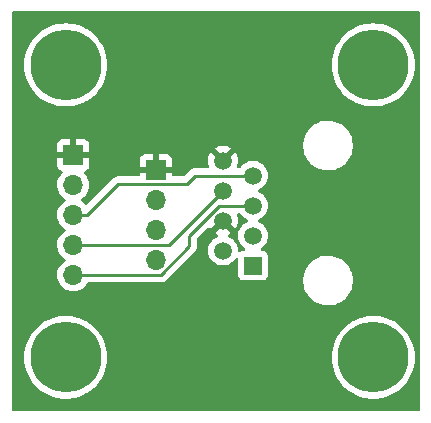
<source format=gbr>
%TF.GenerationSoftware,KiCad,Pcbnew,(6.0.1)*%
%TF.CreationDate,2022-02-21T12:48:27+02:00*%
%TF.ProjectId,Focuser-V1.Remote,466f6375-7365-4722-9d56-312e52656d6f,rev?*%
%TF.SameCoordinates,Original*%
%TF.FileFunction,Copper,L2,Bot*%
%TF.FilePolarity,Positive*%
%FSLAX46Y46*%
G04 Gerber Fmt 4.6, Leading zero omitted, Abs format (unit mm)*
G04 Created by KiCad (PCBNEW (6.0.1)) date 2022-02-21 12:48:27*
%MOMM*%
%LPD*%
G01*
G04 APERTURE LIST*
%TA.AperFunction,ComponentPad*%
%ADD10R,1.500000X1.500000*%
%TD*%
%TA.AperFunction,ComponentPad*%
%ADD11C,1.500000*%
%TD*%
%TA.AperFunction,ComponentPad*%
%ADD12C,6.000000*%
%TD*%
%TA.AperFunction,ComponentPad*%
%ADD13R,1.700000X1.700000*%
%TD*%
%TA.AperFunction,ComponentPad*%
%ADD14O,1.700000X1.700000*%
%TD*%
%TA.AperFunction,Conductor*%
%ADD15C,0.250000*%
%TD*%
G04 APERTURE END LIST*
D10*
%TO.P,J1,1*%
%TO.N,/SDA*%
X175240000Y-93817500D03*
D11*
%TO.P,J1,2*%
%TO.N,/SCL*%
X172700000Y-92547500D03*
%TO.P,J1,3*%
%TO.N,/3V3*%
X175240000Y-91277500D03*
%TO.P,J1,4*%
%TO.N,GND*%
X172700000Y-90007500D03*
%TO.P,J1,5*%
%TO.N,/EncClk*%
X175240000Y-88737500D03*
%TO.P,J1,6*%
%TO.N,/EncDt*%
X172700000Y-87467500D03*
%TO.P,J1,7*%
%TO.N,/EncSw*%
X175240000Y-86197500D03*
%TO.P,J1,8*%
%TO.N,GND*%
X172700000Y-84927500D03*
%TD*%
D12*
%TO.P,REF3,1*%
%TO.N,N/C*%
X185420000Y-76835000D03*
%TD*%
D13*
%TO.P,J3,1,Pin_1*%
%TO.N,GND*%
X160020000Y-84460000D03*
D14*
%TO.P,J3,2,Pin_2*%
%TO.N,/3V3*%
X160020000Y-87000000D03*
%TO.P,J3,3,Pin_3*%
%TO.N,/EncSw*%
X160020000Y-89540000D03*
%TO.P,J3,4,Pin_4*%
%TO.N,/EncDt*%
X160020000Y-92080000D03*
%TO.P,J3,5,Pin_5*%
%TO.N,/EncClk*%
X160020000Y-94620000D03*
%TD*%
D13*
%TO.P,J2,1,Pin_1*%
%TO.N,GND*%
X167005000Y-85725000D03*
D14*
%TO.P,J2,2,Pin_2*%
%TO.N,/3V3*%
X167005000Y-88265000D03*
%TO.P,J2,3,Pin_3*%
%TO.N,/SCL*%
X167005000Y-90805000D03*
%TO.P,J2,4,Pin_4*%
%TO.N,/SDA*%
X167005000Y-93345000D03*
%TD*%
D12*
%TO.P,REF4,1*%
%TO.N,N/C*%
X185420000Y-101600000D03*
%TD*%
%TO.P,REF1,1*%
%TO.N,N/C*%
X159385000Y-101600000D03*
%TD*%
%TO.P,REF2,1*%
%TO.N,N/C*%
X159385000Y-76835000D03*
%TD*%
D15*
%TO.N,/EncClk*%
X169855500Y-91279000D02*
X172397000Y-88737500D01*
X172397000Y-88737500D02*
X175240000Y-88737500D01*
X160020000Y-94620000D02*
X167424500Y-94620000D01*
X169855500Y-92189000D02*
X169855500Y-91279000D01*
X167424500Y-94620000D02*
X169855500Y-92189000D01*
%TO.N,/EncDt*%
X160020000Y-92080000D02*
X168087500Y-92080000D01*
X168087500Y-92080000D02*
X172700000Y-87467500D01*
%TO.N,/EncSw*%
X169643200Y-86900400D02*
X170346100Y-86197500D01*
X163834900Y-86900400D02*
X169643200Y-86900400D01*
X160020000Y-89540000D02*
X161195300Y-89540000D01*
X170346100Y-86197500D02*
X175240000Y-86197500D01*
X161195300Y-89540000D02*
X163834900Y-86900400D01*
%TD*%
%TA.AperFunction,Conductor*%
%TO.N,GND*%
G36*
X189299121Y-72283002D02*
G01*
X189345614Y-72336658D01*
X189357000Y-72389000D01*
X189357000Y-106046000D01*
X189336998Y-106114121D01*
X189283342Y-106160614D01*
X189231000Y-106172000D01*
X154939000Y-106172000D01*
X154870879Y-106151998D01*
X154824386Y-106098342D01*
X154813000Y-106046000D01*
X154813000Y-101600000D01*
X155871685Y-101600000D01*
X155890931Y-101967241D01*
X155948459Y-102330459D01*
X156043639Y-102685674D01*
X156175427Y-103028994D01*
X156342380Y-103356657D01*
X156542668Y-103665075D01*
X156774098Y-103950867D01*
X157034133Y-104210902D01*
X157319925Y-104442332D01*
X157628342Y-104642620D01*
X157631276Y-104644115D01*
X157631283Y-104644119D01*
X157953066Y-104808075D01*
X157956006Y-104809573D01*
X158299326Y-104941361D01*
X158654541Y-105036541D01*
X158847558Y-105067112D01*
X159014511Y-105093555D01*
X159014519Y-105093556D01*
X159017759Y-105094069D01*
X159385000Y-105113315D01*
X159752241Y-105094069D01*
X159755481Y-105093556D01*
X159755489Y-105093555D01*
X159922442Y-105067112D01*
X160115459Y-105036541D01*
X160470674Y-104941361D01*
X160813994Y-104809573D01*
X160816934Y-104808075D01*
X161138717Y-104644119D01*
X161138724Y-104644115D01*
X161141658Y-104642620D01*
X161450075Y-104442332D01*
X161735867Y-104210902D01*
X161995902Y-103950867D01*
X162227332Y-103665075D01*
X162427620Y-103356657D01*
X162594573Y-103028994D01*
X162726361Y-102685674D01*
X162821541Y-102330459D01*
X162879069Y-101967241D01*
X162898315Y-101600000D01*
X181906685Y-101600000D01*
X181925931Y-101967241D01*
X181983459Y-102330459D01*
X182078639Y-102685674D01*
X182210427Y-103028994D01*
X182377380Y-103356657D01*
X182577668Y-103665075D01*
X182809098Y-103950867D01*
X183069133Y-104210902D01*
X183354925Y-104442332D01*
X183663342Y-104642620D01*
X183666276Y-104644115D01*
X183666283Y-104644119D01*
X183988066Y-104808075D01*
X183991006Y-104809573D01*
X184334326Y-104941361D01*
X184689541Y-105036541D01*
X184882558Y-105067112D01*
X185049511Y-105093555D01*
X185049519Y-105093556D01*
X185052759Y-105094069D01*
X185420000Y-105113315D01*
X185787241Y-105094069D01*
X185790481Y-105093556D01*
X185790489Y-105093555D01*
X185957442Y-105067112D01*
X186150459Y-105036541D01*
X186505674Y-104941361D01*
X186848994Y-104809573D01*
X186851934Y-104808075D01*
X187173717Y-104644119D01*
X187173724Y-104644115D01*
X187176658Y-104642620D01*
X187485075Y-104442332D01*
X187770867Y-104210902D01*
X188030902Y-103950867D01*
X188262332Y-103665075D01*
X188462620Y-103356657D01*
X188629573Y-103028994D01*
X188761361Y-102685674D01*
X188856541Y-102330459D01*
X188914069Y-101967241D01*
X188933315Y-101600000D01*
X188914069Y-101232759D01*
X188856541Y-100869541D01*
X188761361Y-100514326D01*
X188629573Y-100171006D01*
X188462620Y-99843343D01*
X188262332Y-99534925D01*
X188030902Y-99249133D01*
X187770867Y-98989098D01*
X187485075Y-98757668D01*
X187176658Y-98557380D01*
X187173724Y-98555885D01*
X187173717Y-98555881D01*
X186851934Y-98391925D01*
X186848994Y-98390427D01*
X186505674Y-98258639D01*
X186150459Y-98163459D01*
X185957442Y-98132888D01*
X185790489Y-98106445D01*
X185790481Y-98106444D01*
X185787241Y-98105931D01*
X185420000Y-98086685D01*
X185052759Y-98105931D01*
X185049519Y-98106444D01*
X185049511Y-98106445D01*
X184882558Y-98132888D01*
X184689541Y-98163459D01*
X184334326Y-98258639D01*
X183991006Y-98390427D01*
X183988066Y-98391925D01*
X183666284Y-98555881D01*
X183666277Y-98555885D01*
X183663343Y-98557380D01*
X183354925Y-98757668D01*
X183069133Y-98989098D01*
X182809098Y-99249133D01*
X182577668Y-99534925D01*
X182377380Y-99843343D01*
X182210427Y-100171006D01*
X182078639Y-100514326D01*
X181983459Y-100869541D01*
X181925931Y-101232759D01*
X181906685Y-101600000D01*
X162898315Y-101600000D01*
X162879069Y-101232759D01*
X162821541Y-100869541D01*
X162726361Y-100514326D01*
X162594573Y-100171006D01*
X162427620Y-99843343D01*
X162227332Y-99534925D01*
X161995902Y-99249133D01*
X161735867Y-98989098D01*
X161450075Y-98757668D01*
X161141658Y-98557380D01*
X161138724Y-98555885D01*
X161138717Y-98555881D01*
X160816934Y-98391925D01*
X160813994Y-98390427D01*
X160470674Y-98258639D01*
X160115459Y-98163459D01*
X159922442Y-98132888D01*
X159755489Y-98106445D01*
X159755481Y-98106444D01*
X159752241Y-98105931D01*
X159385000Y-98086685D01*
X159017759Y-98105931D01*
X159014519Y-98106444D01*
X159014511Y-98106445D01*
X158847558Y-98132888D01*
X158654541Y-98163459D01*
X158299326Y-98258639D01*
X157956006Y-98390427D01*
X157953066Y-98391925D01*
X157631284Y-98555881D01*
X157631277Y-98555885D01*
X157628343Y-98557380D01*
X157319925Y-98757668D01*
X157034133Y-98989098D01*
X156774098Y-99249133D01*
X156542668Y-99534925D01*
X156342380Y-99843343D01*
X156175427Y-100171006D01*
X156043639Y-100514326D01*
X155948459Y-100869541D01*
X155890931Y-101232759D01*
X155871685Y-101600000D01*
X154813000Y-101600000D01*
X154813000Y-94586695D01*
X158657251Y-94586695D01*
X158657548Y-94591848D01*
X158657548Y-94591851D01*
X158669812Y-94804547D01*
X158670110Y-94809715D01*
X158671247Y-94814761D01*
X158671248Y-94814767D01*
X158672741Y-94821391D01*
X158719222Y-95027639D01*
X158779014Y-95174890D01*
X158797414Y-95220203D01*
X158803266Y-95234616D01*
X158919987Y-95425088D01*
X159066250Y-95593938D01*
X159238126Y-95736632D01*
X159431000Y-95849338D01*
X159639692Y-95929030D01*
X159644760Y-95930061D01*
X159644763Y-95930062D01*
X159752017Y-95951883D01*
X159858597Y-95973567D01*
X159863772Y-95973757D01*
X159863774Y-95973757D01*
X160076673Y-95981564D01*
X160076677Y-95981564D01*
X160081837Y-95981753D01*
X160086957Y-95981097D01*
X160086959Y-95981097D01*
X160298288Y-95954025D01*
X160298289Y-95954025D01*
X160303416Y-95953368D01*
X160308366Y-95951883D01*
X160512429Y-95890661D01*
X160512434Y-95890659D01*
X160517384Y-95889174D01*
X160717994Y-95790896D01*
X160899860Y-95661173D01*
X161058096Y-95503489D01*
X161117594Y-95420689D01*
X161185435Y-95326277D01*
X161188453Y-95322077D01*
X161190746Y-95317437D01*
X161192446Y-95314608D01*
X161244674Y-95266518D01*
X161300451Y-95253500D01*
X167345733Y-95253500D01*
X167356916Y-95254027D01*
X167364409Y-95255702D01*
X167372335Y-95255453D01*
X167372336Y-95255453D01*
X167432486Y-95253562D01*
X167436445Y-95253500D01*
X167464356Y-95253500D01*
X167468291Y-95253003D01*
X167468356Y-95252995D01*
X167480193Y-95252062D01*
X167512451Y-95251048D01*
X167516470Y-95250922D01*
X167524389Y-95250673D01*
X167543843Y-95245021D01*
X167563200Y-95241013D01*
X167575430Y-95239468D01*
X167575431Y-95239468D01*
X167583297Y-95238474D01*
X167590668Y-95235555D01*
X167590670Y-95235555D01*
X167624412Y-95222196D01*
X167630233Y-95220203D01*
X179480743Y-95220203D01*
X179481302Y-95224447D01*
X179481302Y-95224451D01*
X179486840Y-95266518D01*
X179518268Y-95505234D01*
X179594129Y-95782536D01*
X179595813Y-95786484D01*
X179675171Y-95972534D01*
X179706923Y-96046976D01*
X179854561Y-96293661D01*
X180034313Y-96518028D01*
X180242851Y-96715923D01*
X180476317Y-96883686D01*
X180480112Y-96885695D01*
X180480113Y-96885696D01*
X180501869Y-96897215D01*
X180730392Y-97018212D01*
X181000373Y-97117011D01*
X181281264Y-97178255D01*
X181309841Y-97180504D01*
X181504282Y-97195807D01*
X181504291Y-97195807D01*
X181506739Y-97196000D01*
X181662271Y-97196000D01*
X181664407Y-97195854D01*
X181664418Y-97195854D01*
X181872548Y-97181665D01*
X181872554Y-97181664D01*
X181876825Y-97181373D01*
X181881020Y-97180504D01*
X181881022Y-97180504D01*
X182017583Y-97152224D01*
X182158342Y-97123074D01*
X182429343Y-97027107D01*
X182684812Y-96895250D01*
X182688313Y-96892789D01*
X182688317Y-96892787D01*
X182802417Y-96812596D01*
X182920023Y-96729941D01*
X183130622Y-96534240D01*
X183312713Y-96311768D01*
X183462927Y-96066642D01*
X183578483Y-95803398D01*
X183657244Y-95526906D01*
X183696155Y-95253500D01*
X183697146Y-95246536D01*
X183697146Y-95246534D01*
X183697751Y-95242284D01*
X183697787Y-95235555D01*
X183699235Y-94959083D01*
X183699235Y-94959076D01*
X183699257Y-94954797D01*
X183695148Y-94923581D01*
X183663766Y-94685215D01*
X183661732Y-94669766D01*
X183585871Y-94392464D01*
X183571848Y-94359588D01*
X183474763Y-94131976D01*
X183474761Y-94131972D01*
X183473077Y-94128024D01*
X183325439Y-93881339D01*
X183145687Y-93656972D01*
X182996342Y-93515249D01*
X182940258Y-93462027D01*
X182940255Y-93462025D01*
X182937149Y-93459077D01*
X182703683Y-93291314D01*
X182681843Y-93279750D01*
X182604511Y-93238805D01*
X182449608Y-93156788D01*
X182179627Y-93057989D01*
X181898736Y-92996745D01*
X181867685Y-92994301D01*
X181675718Y-92979193D01*
X181675709Y-92979193D01*
X181673261Y-92979000D01*
X181517729Y-92979000D01*
X181515593Y-92979146D01*
X181515582Y-92979146D01*
X181307452Y-92993335D01*
X181307446Y-92993336D01*
X181303175Y-92993627D01*
X181298980Y-92994496D01*
X181298978Y-92994496D01*
X181195289Y-93015969D01*
X181021658Y-93051926D01*
X180750657Y-93147893D01*
X180746848Y-93149859D01*
X180554942Y-93248909D01*
X180495188Y-93279750D01*
X180491687Y-93282211D01*
X180491683Y-93282213D01*
X180396450Y-93349144D01*
X180259977Y-93445059D01*
X180244892Y-93459077D01*
X180092558Y-93600635D01*
X180049378Y-93640760D01*
X179867287Y-93863232D01*
X179717073Y-94108358D01*
X179715347Y-94112291D01*
X179715346Y-94112292D01*
X179696907Y-94154297D01*
X179601517Y-94371602D01*
X179522756Y-94648094D01*
X179482249Y-94932716D01*
X179482227Y-94937005D01*
X179482226Y-94937012D01*
X179480765Y-95215917D01*
X179480743Y-95220203D01*
X167630233Y-95220203D01*
X167635642Y-95218351D01*
X167670483Y-95208229D01*
X167670484Y-95208229D01*
X167678093Y-95206018D01*
X167684912Y-95201985D01*
X167684917Y-95201983D01*
X167695528Y-95195707D01*
X167713276Y-95187012D01*
X167732117Y-95179552D01*
X167767887Y-95153564D01*
X167777807Y-95147048D01*
X167809035Y-95128580D01*
X167809038Y-95128578D01*
X167815862Y-95124542D01*
X167830183Y-95110221D01*
X167845217Y-95097380D01*
X167855194Y-95090131D01*
X167861607Y-95085472D01*
X167889798Y-95051395D01*
X167897788Y-95042616D01*
X170247747Y-92692657D01*
X170256037Y-92685113D01*
X170262518Y-92681000D01*
X170309159Y-92631332D01*
X170311913Y-92628491D01*
X170331634Y-92608770D01*
X170334112Y-92605575D01*
X170341818Y-92596553D01*
X170366658Y-92570101D01*
X170372086Y-92564321D01*
X170378323Y-92552975D01*
X170381846Y-92546568D01*
X170392699Y-92530045D01*
X170400253Y-92520306D01*
X170405113Y-92514041D01*
X170422676Y-92473457D01*
X170427883Y-92462827D01*
X170449195Y-92424060D01*
X170451166Y-92416383D01*
X170451168Y-92416378D01*
X170454232Y-92404442D01*
X170460638Y-92385730D01*
X170460849Y-92385244D01*
X170468681Y-92367145D01*
X170469921Y-92359317D01*
X170469923Y-92359310D01*
X170475599Y-92323476D01*
X170478005Y-92311856D01*
X170487028Y-92276711D01*
X170487028Y-92276710D01*
X170489000Y-92269030D01*
X170489000Y-92248776D01*
X170490551Y-92229065D01*
X170492480Y-92216886D01*
X170493720Y-92209057D01*
X170489559Y-92165038D01*
X170489000Y-92153181D01*
X170489000Y-91593594D01*
X170509002Y-91525473D01*
X170525901Y-91504503D01*
X171411969Y-90618435D01*
X171474280Y-90584411D01*
X171545096Y-90589476D01*
X171601931Y-90632023D01*
X171607929Y-90641116D01*
X171638411Y-90684649D01*
X171648886Y-90693023D01*
X171662333Y-90685955D01*
X172610905Y-89737384D01*
X172673217Y-89703359D01*
X172744033Y-89708424D01*
X172789095Y-89737384D01*
X173738389Y-90686678D01*
X173750162Y-90693106D01*
X173762176Y-90683811D01*
X173790466Y-90643407D01*
X173795946Y-90633917D01*
X173884326Y-90444387D01*
X173888072Y-90434095D01*
X173942196Y-90232099D01*
X173944099Y-90221304D01*
X173962326Y-90012975D01*
X173962326Y-90002025D01*
X173944099Y-89793696D01*
X173942196Y-89782901D01*
X173888072Y-89580905D01*
X173884326Y-89570613D01*
X173874831Y-89550252D01*
X173864169Y-89480060D01*
X173893148Y-89415247D01*
X173952567Y-89376390D01*
X173989025Y-89371000D01*
X174081646Y-89371000D01*
X174149767Y-89391002D01*
X174184858Y-89424728D01*
X174192678Y-89435896D01*
X174263330Y-89536797D01*
X174272251Y-89549538D01*
X174427962Y-89705249D01*
X174608346Y-89831556D01*
X174613328Y-89833879D01*
X174613333Y-89833882D01*
X174740768Y-89893305D01*
X174794053Y-89940222D01*
X174813514Y-90008499D01*
X174792972Y-90076459D01*
X174740768Y-90121695D01*
X174613334Y-90181118D01*
X174613329Y-90181121D01*
X174608347Y-90183444D01*
X174603840Y-90186600D01*
X174603838Y-90186601D01*
X174432473Y-90306592D01*
X174432470Y-90306594D01*
X174427962Y-90309751D01*
X174272251Y-90465462D01*
X174269094Y-90469970D01*
X174269092Y-90469973D01*
X174149101Y-90641338D01*
X174145944Y-90645847D01*
X174143621Y-90650829D01*
X174143618Y-90650834D01*
X174123907Y-90693106D01*
X174052880Y-90845424D01*
X173995885Y-91058129D01*
X173976693Y-91277500D01*
X173995885Y-91496871D01*
X174052880Y-91709576D01*
X174096415Y-91802938D01*
X174143618Y-91904166D01*
X174143621Y-91904171D01*
X174145944Y-91909153D01*
X174149100Y-91913660D01*
X174149101Y-91913662D01*
X174238658Y-92041562D01*
X174272251Y-92089538D01*
X174427962Y-92245249D01*
X174432471Y-92248406D01*
X174432473Y-92248408D01*
X174548694Y-92329787D01*
X174593022Y-92385244D01*
X174600331Y-92455864D01*
X174568300Y-92519224D01*
X174507099Y-92555209D01*
X174476423Y-92559000D01*
X174441866Y-92559000D01*
X174379684Y-92565755D01*
X174243295Y-92616885D01*
X174216708Y-92636811D01*
X174162828Y-92677192D01*
X174096321Y-92702039D01*
X174026939Y-92686986D01*
X173976709Y-92636811D01*
X173961743Y-92565381D01*
X173962828Y-92552982D01*
X173962828Y-92552975D01*
X173963307Y-92547500D01*
X173944115Y-92328129D01*
X173887120Y-92115424D01*
X173799068Y-91926595D01*
X173796382Y-91920834D01*
X173796379Y-91920829D01*
X173794056Y-91915847D01*
X173785877Y-91904166D01*
X173670908Y-91739973D01*
X173670906Y-91739970D01*
X173667749Y-91735462D01*
X173512038Y-91579751D01*
X173331654Y-91453444D01*
X173326672Y-91451121D01*
X173326667Y-91451118D01*
X173198641Y-91391419D01*
X173145356Y-91344502D01*
X173125895Y-91276224D01*
X173146437Y-91208264D01*
X173198641Y-91163029D01*
X173326416Y-91103447D01*
X173335912Y-91097964D01*
X173377148Y-91069090D01*
X173385523Y-91058612D01*
X173378457Y-91045168D01*
X172712811Y-90379521D01*
X172698868Y-90371908D01*
X172697034Y-90372039D01*
X172690420Y-90376290D01*
X172020820Y-91045891D01*
X172014393Y-91057661D01*
X172023687Y-91069675D01*
X172064088Y-91097964D01*
X172073584Y-91103447D01*
X172201359Y-91163029D01*
X172254644Y-91209946D01*
X172274105Y-91278224D01*
X172253563Y-91346184D01*
X172201359Y-91391419D01*
X172073334Y-91451118D01*
X172073329Y-91451121D01*
X172068347Y-91453444D01*
X172063840Y-91456600D01*
X172063838Y-91456601D01*
X171892473Y-91576592D01*
X171892470Y-91576594D01*
X171887962Y-91579751D01*
X171732251Y-91735462D01*
X171729094Y-91739970D01*
X171729092Y-91739973D01*
X171614123Y-91904166D01*
X171605944Y-91915847D01*
X171603621Y-91920829D01*
X171603618Y-91920834D01*
X171600932Y-91926595D01*
X171512880Y-92115424D01*
X171455885Y-92328129D01*
X171436693Y-92547500D01*
X171455885Y-92766871D01*
X171512880Y-92979576D01*
X171550132Y-93059464D01*
X171603618Y-93174166D01*
X171603621Y-93174171D01*
X171605944Y-93179153D01*
X171609100Y-93183660D01*
X171609101Y-93183662D01*
X171726831Y-93351797D01*
X171732251Y-93359538D01*
X171887962Y-93515249D01*
X171892471Y-93518406D01*
X171892473Y-93518408D01*
X171915762Y-93534715D01*
X172068346Y-93641556D01*
X172267924Y-93734620D01*
X172480629Y-93791615D01*
X172700000Y-93810807D01*
X172919371Y-93791615D01*
X173132076Y-93734620D01*
X173331654Y-93641556D01*
X173484238Y-93534715D01*
X173507527Y-93518408D01*
X173507529Y-93518406D01*
X173512038Y-93515249D01*
X173667749Y-93359538D01*
X173673170Y-93351797D01*
X173752287Y-93238805D01*
X173807744Y-93194477D01*
X173878363Y-93187168D01*
X173941724Y-93219199D01*
X173977709Y-93280400D01*
X173981500Y-93311076D01*
X173981500Y-94615634D01*
X173988255Y-94677816D01*
X174039385Y-94814205D01*
X174126739Y-94930761D01*
X174243295Y-95018115D01*
X174379684Y-95069245D01*
X174441866Y-95076000D01*
X176038134Y-95076000D01*
X176100316Y-95069245D01*
X176236705Y-95018115D01*
X176353261Y-94930761D01*
X176440615Y-94814205D01*
X176491745Y-94677816D01*
X176498500Y-94615634D01*
X176498500Y-93019366D01*
X176491745Y-92957184D01*
X176440615Y-92820795D01*
X176353261Y-92704239D01*
X176236705Y-92616885D01*
X176100316Y-92565755D01*
X176038134Y-92559000D01*
X176003577Y-92559000D01*
X175935456Y-92538998D01*
X175888963Y-92485342D01*
X175878859Y-92415068D01*
X175908353Y-92350488D01*
X175931306Y-92329787D01*
X176047527Y-92248408D01*
X176047529Y-92248406D01*
X176052038Y-92245249D01*
X176207749Y-92089538D01*
X176241343Y-92041562D01*
X176330899Y-91913662D01*
X176330900Y-91913660D01*
X176334056Y-91909153D01*
X176336379Y-91904171D01*
X176336382Y-91904166D01*
X176383585Y-91802938D01*
X176427120Y-91709576D01*
X176484115Y-91496871D01*
X176503307Y-91277500D01*
X176484115Y-91058129D01*
X176427120Y-90845424D01*
X176356093Y-90693106D01*
X176336382Y-90650834D01*
X176336379Y-90650829D01*
X176334056Y-90645847D01*
X176330899Y-90641338D01*
X176210908Y-90469973D01*
X176210906Y-90469970D01*
X176207749Y-90465462D01*
X176052038Y-90309751D01*
X175871654Y-90183444D01*
X175866672Y-90181121D01*
X175866667Y-90181118D01*
X175739232Y-90121695D01*
X175685947Y-90074778D01*
X175666486Y-90006501D01*
X175687028Y-89938541D01*
X175739232Y-89893305D01*
X175866667Y-89833882D01*
X175866672Y-89833879D01*
X175871654Y-89831556D01*
X176052038Y-89705249D01*
X176207749Y-89549538D01*
X176216671Y-89536797D01*
X176330899Y-89373662D01*
X176330900Y-89373660D01*
X176334056Y-89369153D01*
X176336379Y-89364171D01*
X176336382Y-89364166D01*
X176424795Y-89174561D01*
X176427120Y-89169576D01*
X176484115Y-88956871D01*
X176503307Y-88737500D01*
X176484115Y-88518129D01*
X176427120Y-88305424D01*
X176359064Y-88159476D01*
X176336382Y-88110834D01*
X176336379Y-88110829D01*
X176334056Y-88105847D01*
X176318757Y-88083998D01*
X176210908Y-87929973D01*
X176210906Y-87929970D01*
X176207749Y-87925462D01*
X176052038Y-87769751D01*
X175871654Y-87643444D01*
X175866672Y-87641121D01*
X175866667Y-87641118D01*
X175739232Y-87581695D01*
X175685947Y-87534778D01*
X175666486Y-87466501D01*
X175687028Y-87398541D01*
X175739232Y-87353305D01*
X175866667Y-87293882D01*
X175866672Y-87293879D01*
X175871654Y-87291556D01*
X176052038Y-87165249D01*
X176207749Y-87009538D01*
X176212072Y-87003365D01*
X176330899Y-86833662D01*
X176330900Y-86833660D01*
X176334056Y-86829153D01*
X176336379Y-86824171D01*
X176336382Y-86824166D01*
X176424795Y-86634561D01*
X176427120Y-86629576D01*
X176484115Y-86416871D01*
X176503307Y-86197500D01*
X176484115Y-85978129D01*
X176427120Y-85765424D01*
X176379796Y-85663936D01*
X176336382Y-85570834D01*
X176336379Y-85570829D01*
X176334056Y-85565847D01*
X176301781Y-85519753D01*
X176210908Y-85389973D01*
X176210906Y-85389970D01*
X176207749Y-85385462D01*
X176052038Y-85229751D01*
X176006144Y-85197615D01*
X175876962Y-85107161D01*
X175871654Y-85103444D01*
X175672076Y-85010380D01*
X175459371Y-84953385D01*
X175240000Y-84934193D01*
X175020629Y-84953385D01*
X174807924Y-85010380D01*
X174714562Y-85053915D01*
X174613334Y-85101118D01*
X174613329Y-85101121D01*
X174608347Y-85103444D01*
X174603840Y-85106600D01*
X174603838Y-85106601D01*
X174432473Y-85226592D01*
X174432470Y-85226594D01*
X174427962Y-85229751D01*
X174272251Y-85385462D01*
X174269094Y-85389970D01*
X174269092Y-85389973D01*
X174242743Y-85427604D01*
X174212357Y-85471000D01*
X174184859Y-85510271D01*
X174129402Y-85554599D01*
X174081646Y-85564000D01*
X173989025Y-85564000D01*
X173920904Y-85543998D01*
X173874411Y-85490342D01*
X173864307Y-85420068D01*
X173874831Y-85384748D01*
X173884326Y-85364387D01*
X173888072Y-85354095D01*
X173942196Y-85152099D01*
X173944099Y-85141304D01*
X173962326Y-84932975D01*
X173962326Y-84922025D01*
X173944099Y-84713696D01*
X173942196Y-84702901D01*
X173888072Y-84500905D01*
X173884326Y-84490613D01*
X173795946Y-84301083D01*
X173790466Y-84291593D01*
X173761589Y-84250351D01*
X173751113Y-84241977D01*
X173737666Y-84249045D01*
X173059210Y-84927500D01*
X172789095Y-85197616D01*
X172726783Y-85231641D01*
X172655967Y-85226576D01*
X172610905Y-85197615D01*
X172340790Y-84927500D01*
X171661613Y-84248324D01*
X171649839Y-84241894D01*
X171637824Y-84251190D01*
X171609534Y-84291593D01*
X171604054Y-84301083D01*
X171515674Y-84490613D01*
X171511928Y-84500905D01*
X171457804Y-84702901D01*
X171455901Y-84713696D01*
X171437674Y-84922025D01*
X171437674Y-84932975D01*
X171455901Y-85141304D01*
X171457804Y-85152099D01*
X171511928Y-85354095D01*
X171515674Y-85364387D01*
X171525169Y-85384748D01*
X171535831Y-85454940D01*
X171506852Y-85519753D01*
X171447433Y-85558610D01*
X171410975Y-85564000D01*
X170424868Y-85564000D01*
X170413685Y-85563473D01*
X170406192Y-85561798D01*
X170398266Y-85562047D01*
X170398265Y-85562047D01*
X170338102Y-85563938D01*
X170334144Y-85564000D01*
X170306244Y-85564000D01*
X170302254Y-85564504D01*
X170290420Y-85565436D01*
X170246211Y-85566826D01*
X170238597Y-85569038D01*
X170238592Y-85569039D01*
X170226759Y-85572477D01*
X170207396Y-85576488D01*
X170187303Y-85579026D01*
X170179936Y-85581943D01*
X170179931Y-85581944D01*
X170146192Y-85595302D01*
X170134965Y-85599146D01*
X170092507Y-85611482D01*
X170085681Y-85615519D01*
X170075072Y-85621793D01*
X170057324Y-85630488D01*
X170038483Y-85637948D01*
X170032067Y-85642610D01*
X170032066Y-85642610D01*
X170002713Y-85663936D01*
X169992793Y-85670452D01*
X169961565Y-85688920D01*
X169961562Y-85688922D01*
X169954738Y-85692958D01*
X169940417Y-85707279D01*
X169925384Y-85720119D01*
X169908993Y-85732028D01*
X169883103Y-85763324D01*
X169880812Y-85766093D01*
X169872822Y-85774874D01*
X169417699Y-86229996D01*
X169355387Y-86264021D01*
X169328604Y-86266900D01*
X168489000Y-86266900D01*
X168420879Y-86246898D01*
X168374386Y-86193242D01*
X168363000Y-86140900D01*
X168363000Y-85997115D01*
X168358525Y-85981876D01*
X168357135Y-85980671D01*
X168349452Y-85979000D01*
X165665116Y-85979000D01*
X165649877Y-85983475D01*
X165648672Y-85984865D01*
X165647001Y-85992548D01*
X165647001Y-86140900D01*
X165626999Y-86209021D01*
X165573343Y-86255514D01*
X165521001Y-86266900D01*
X163913667Y-86266900D01*
X163902484Y-86266373D01*
X163894991Y-86264698D01*
X163887065Y-86264947D01*
X163887064Y-86264947D01*
X163826914Y-86266838D01*
X163822955Y-86266900D01*
X163795044Y-86266900D01*
X163791110Y-86267397D01*
X163791109Y-86267397D01*
X163791044Y-86267405D01*
X163779207Y-86268338D01*
X163747390Y-86269338D01*
X163742929Y-86269478D01*
X163735010Y-86269727D01*
X163717354Y-86274856D01*
X163715558Y-86275378D01*
X163696206Y-86279386D01*
X163689135Y-86280280D01*
X163676103Y-86281926D01*
X163668734Y-86284843D01*
X163668732Y-86284844D01*
X163634997Y-86298200D01*
X163623769Y-86302045D01*
X163581307Y-86314382D01*
X163574484Y-86318417D01*
X163574482Y-86318418D01*
X163563872Y-86324693D01*
X163546124Y-86333388D01*
X163527283Y-86340848D01*
X163520867Y-86345510D01*
X163520866Y-86345510D01*
X163491513Y-86366836D01*
X163481593Y-86373352D01*
X163450365Y-86391820D01*
X163450362Y-86391822D01*
X163443538Y-86395858D01*
X163429217Y-86410179D01*
X163414184Y-86423019D01*
X163397793Y-86434928D01*
X163392742Y-86441034D01*
X163369602Y-86469005D01*
X163361612Y-86477784D01*
X161208229Y-88631166D01*
X161145917Y-88665192D01*
X161075101Y-88660127D01*
X161025940Y-88626870D01*
X160953151Y-88546876D01*
X160953148Y-88546873D01*
X160949670Y-88543051D01*
X160945619Y-88539852D01*
X160945615Y-88539848D01*
X160778414Y-88407800D01*
X160778410Y-88407798D01*
X160774359Y-88404598D01*
X160733053Y-88381796D01*
X160683084Y-88331364D01*
X160668312Y-88261921D01*
X160693428Y-88195516D01*
X160720780Y-88168909D01*
X160764603Y-88137650D01*
X160899860Y-88041173D01*
X160903705Y-88037342D01*
X161015976Y-87925462D01*
X161058096Y-87883489D01*
X161117594Y-87800689D01*
X161185435Y-87706277D01*
X161188453Y-87702077D01*
X161219284Y-87639696D01*
X161285136Y-87506453D01*
X161285137Y-87506451D01*
X161287430Y-87501811D01*
X161352370Y-87288069D01*
X161381529Y-87066590D01*
X161382161Y-87040735D01*
X161383074Y-87003365D01*
X161383074Y-87003361D01*
X161383156Y-87000000D01*
X161364852Y-86777361D01*
X161310431Y-86560702D01*
X161221354Y-86355840D01*
X161173537Y-86281926D01*
X161102822Y-86172617D01*
X161102820Y-86172614D01*
X161100014Y-86168277D01*
X161096540Y-86164459D01*
X161096533Y-86164450D01*
X160952435Y-86006088D01*
X160921383Y-85942242D01*
X160929779Y-85871744D01*
X160974956Y-85816976D01*
X161001400Y-85803307D01*
X161108052Y-85763325D01*
X161123649Y-85754786D01*
X161225724Y-85678285D01*
X161238285Y-85665724D01*
X161314786Y-85563649D01*
X161323324Y-85548054D01*
X161359001Y-85452885D01*
X165647000Y-85452885D01*
X165651475Y-85468124D01*
X165652865Y-85469329D01*
X165660548Y-85471000D01*
X166732885Y-85471000D01*
X166748124Y-85466525D01*
X166749329Y-85465135D01*
X166751000Y-85457452D01*
X166751000Y-85452885D01*
X167259000Y-85452885D01*
X167263475Y-85468124D01*
X167264865Y-85469329D01*
X167272548Y-85471000D01*
X168344884Y-85471000D01*
X168360123Y-85466525D01*
X168361328Y-85465135D01*
X168362999Y-85457452D01*
X168362999Y-84830331D01*
X168362629Y-84823510D01*
X168357105Y-84772648D01*
X168353479Y-84757396D01*
X168308324Y-84636946D01*
X168299786Y-84621351D01*
X168223285Y-84519276D01*
X168210724Y-84506715D01*
X168108649Y-84430214D01*
X168093054Y-84421676D01*
X167972606Y-84376522D01*
X167957351Y-84372895D01*
X167906486Y-84367369D01*
X167899672Y-84367000D01*
X167277115Y-84367000D01*
X167261876Y-84371475D01*
X167260671Y-84372865D01*
X167259000Y-84380548D01*
X167259000Y-85452885D01*
X166751000Y-85452885D01*
X166751000Y-84385116D01*
X166746525Y-84369877D01*
X166745135Y-84368672D01*
X166737452Y-84367001D01*
X166110331Y-84367001D01*
X166103510Y-84367371D01*
X166052648Y-84372895D01*
X166037396Y-84376521D01*
X165916946Y-84421676D01*
X165901351Y-84430214D01*
X165799276Y-84506715D01*
X165786715Y-84519276D01*
X165710214Y-84621351D01*
X165701676Y-84636946D01*
X165656522Y-84757394D01*
X165652895Y-84772649D01*
X165647369Y-84823514D01*
X165647000Y-84830328D01*
X165647000Y-85452885D01*
X161359001Y-85452885D01*
X161368478Y-85427606D01*
X161372105Y-85412351D01*
X161377631Y-85361486D01*
X161378000Y-85354672D01*
X161378000Y-84732115D01*
X161373525Y-84716876D01*
X161372135Y-84715671D01*
X161364452Y-84714000D01*
X158680116Y-84714000D01*
X158664877Y-84718475D01*
X158663672Y-84719865D01*
X158662001Y-84727548D01*
X158662001Y-85354669D01*
X158662371Y-85361490D01*
X158667895Y-85412352D01*
X158671521Y-85427604D01*
X158716676Y-85548054D01*
X158725214Y-85563649D01*
X158801715Y-85665724D01*
X158814276Y-85678285D01*
X158916351Y-85754786D01*
X158931946Y-85763324D01*
X159040827Y-85804142D01*
X159097591Y-85846784D01*
X159122291Y-85913345D01*
X159107083Y-85982694D01*
X159087691Y-86009175D01*
X158964200Y-86138401D01*
X158960629Y-86142138D01*
X158957715Y-86146410D01*
X158957714Y-86146411D01*
X158900696Y-86229996D01*
X158834743Y-86326680D01*
X158740688Y-86529305D01*
X158680989Y-86744570D01*
X158657251Y-86966695D01*
X158657548Y-86971848D01*
X158657548Y-86971851D01*
X158663011Y-87066590D01*
X158670110Y-87189715D01*
X158671247Y-87194761D01*
X158671248Y-87194767D01*
X158691119Y-87282939D01*
X158719222Y-87407639D01*
X158803266Y-87614616D01*
X158847544Y-87686871D01*
X158900721Y-87773648D01*
X158919987Y-87805088D01*
X159066250Y-87973938D01*
X159238126Y-88116632D01*
X159308595Y-88157811D01*
X159311445Y-88159476D01*
X159360169Y-88211114D01*
X159373240Y-88280897D01*
X159346509Y-88346669D01*
X159306055Y-88380027D01*
X159293607Y-88386507D01*
X159289474Y-88389610D01*
X159289471Y-88389612D01*
X159119100Y-88517530D01*
X159114965Y-88520635D01*
X158960629Y-88682138D01*
X158834743Y-88866680D01*
X158740688Y-89069305D01*
X158680989Y-89284570D01*
X158657251Y-89506695D01*
X158657548Y-89511848D01*
X158657548Y-89511851D01*
X158665227Y-89645027D01*
X158670110Y-89729715D01*
X158671247Y-89734761D01*
X158671248Y-89734767D01*
X158684529Y-89793696D01*
X158719222Y-89947639D01*
X158771530Y-90076459D01*
X158796662Y-90138351D01*
X158803266Y-90154616D01*
X158851307Y-90233012D01*
X158900721Y-90313648D01*
X158919987Y-90345088D01*
X159066250Y-90513938D01*
X159238126Y-90656632D01*
X159286072Y-90684649D01*
X159311445Y-90699476D01*
X159360169Y-90751114D01*
X159373240Y-90820897D01*
X159346509Y-90886669D01*
X159306055Y-90920027D01*
X159293607Y-90926507D01*
X159289474Y-90929610D01*
X159289471Y-90929612D01*
X159119100Y-91057530D01*
X159114965Y-91060635D01*
X158960629Y-91222138D01*
X158834743Y-91406680D01*
X158817976Y-91442801D01*
X158747981Y-91593594D01*
X158740688Y-91609305D01*
X158680989Y-91824570D01*
X158657251Y-92046695D01*
X158657548Y-92051848D01*
X158657548Y-92051851D01*
X158667064Y-92216886D01*
X158670110Y-92269715D01*
X158671247Y-92274761D01*
X158671248Y-92274767D01*
X158688313Y-92350488D01*
X158719222Y-92487639D01*
X158767113Y-92605581D01*
X158799934Y-92686409D01*
X158803266Y-92694616D01*
X158847544Y-92766871D01*
X158913292Y-92874162D01*
X158919987Y-92885088D01*
X159066250Y-93053938D01*
X159115357Y-93094707D01*
X159226727Y-93187168D01*
X159238126Y-93196632D01*
X159276745Y-93219199D01*
X159311445Y-93239476D01*
X159360169Y-93291114D01*
X159373240Y-93360897D01*
X159346509Y-93426669D01*
X159306055Y-93460027D01*
X159293607Y-93466507D01*
X159289474Y-93469610D01*
X159289471Y-93469612D01*
X159119100Y-93597530D01*
X159114965Y-93600635D01*
X158960629Y-93762138D01*
X158834743Y-93946680D01*
X158817976Y-93982801D01*
X158752278Y-94124337D01*
X158740688Y-94149305D01*
X158680989Y-94364570D01*
X158680440Y-94369707D01*
X158679796Y-94375730D01*
X158657251Y-94586695D01*
X154813000Y-94586695D01*
X154813000Y-84187885D01*
X158662000Y-84187885D01*
X158666475Y-84203124D01*
X158667865Y-84204329D01*
X158675548Y-84206000D01*
X159747885Y-84206000D01*
X159763124Y-84201525D01*
X159764329Y-84200135D01*
X159766000Y-84192452D01*
X159766000Y-84187885D01*
X160274000Y-84187885D01*
X160278475Y-84203124D01*
X160279865Y-84204329D01*
X160287548Y-84206000D01*
X161359884Y-84206000D01*
X161375123Y-84201525D01*
X161376328Y-84200135D01*
X161377999Y-84192452D01*
X161377999Y-83876387D01*
X172014477Y-83876387D01*
X172021545Y-83889834D01*
X172687189Y-84555479D01*
X172701132Y-84563092D01*
X172702966Y-84562961D01*
X172709580Y-84558710D01*
X173379180Y-83889109D01*
X173385607Y-83877339D01*
X173376313Y-83865325D01*
X173335912Y-83837036D01*
X173326416Y-83831553D01*
X173237741Y-83790203D01*
X179480743Y-83790203D01*
X179518268Y-84075234D01*
X179594129Y-84352536D01*
X179706923Y-84616976D01*
X179718693Y-84636642D01*
X179834612Y-84830328D01*
X179854561Y-84863661D01*
X180034313Y-85088028D01*
X180101830Y-85152099D01*
X180187765Y-85233648D01*
X180242851Y-85285923D01*
X180476317Y-85453686D01*
X180480112Y-85455695D01*
X180480113Y-85455696D01*
X180505861Y-85469329D01*
X180730392Y-85588212D01*
X180835951Y-85626841D01*
X180942204Y-85665724D01*
X181000373Y-85687011D01*
X181281264Y-85748255D01*
X181309841Y-85750504D01*
X181504282Y-85765807D01*
X181504291Y-85765807D01*
X181506739Y-85766000D01*
X181662271Y-85766000D01*
X181664407Y-85765854D01*
X181664418Y-85765854D01*
X181872548Y-85751665D01*
X181872554Y-85751664D01*
X181876825Y-85751373D01*
X181881020Y-85750504D01*
X181881022Y-85750504D01*
X182027741Y-85720120D01*
X182158342Y-85693074D01*
X182429343Y-85597107D01*
X182684812Y-85465250D01*
X182688313Y-85462789D01*
X182688317Y-85462787D01*
X182803884Y-85381565D01*
X182920023Y-85299941D01*
X183079120Y-85152099D01*
X183127479Y-85107161D01*
X183127481Y-85107158D01*
X183130622Y-85104240D01*
X183312713Y-84881768D01*
X183462927Y-84636642D01*
X183578483Y-84373398D01*
X183580201Y-84367369D01*
X183656068Y-84101034D01*
X183657244Y-84096906D01*
X183697751Y-83812284D01*
X183697845Y-83794451D01*
X183699235Y-83529083D01*
X183699235Y-83529076D01*
X183699257Y-83524797D01*
X183697000Y-83507649D01*
X183662292Y-83244022D01*
X183661732Y-83239766D01*
X183585871Y-82962464D01*
X183473077Y-82698024D01*
X183325439Y-82451339D01*
X183145687Y-82226972D01*
X182937149Y-82029077D01*
X182703683Y-81861314D01*
X182681843Y-81849750D01*
X182658654Y-81837472D01*
X182449608Y-81726788D01*
X182179627Y-81627989D01*
X181898736Y-81566745D01*
X181867685Y-81564301D01*
X181675718Y-81549193D01*
X181675709Y-81549193D01*
X181673261Y-81549000D01*
X181517729Y-81549000D01*
X181515593Y-81549146D01*
X181515582Y-81549146D01*
X181307452Y-81563335D01*
X181307446Y-81563336D01*
X181303175Y-81563627D01*
X181298980Y-81564496D01*
X181298978Y-81564496D01*
X181162416Y-81592777D01*
X181021658Y-81621926D01*
X180750657Y-81717893D01*
X180495188Y-81849750D01*
X180491687Y-81852211D01*
X180491683Y-81852213D01*
X180481594Y-81859304D01*
X180259977Y-82015059D01*
X180049378Y-82210760D01*
X179867287Y-82433232D01*
X179717073Y-82678358D01*
X179601517Y-82941602D01*
X179522756Y-83218094D01*
X179482249Y-83502716D01*
X179482227Y-83507005D01*
X179482226Y-83507012D01*
X179481009Y-83739428D01*
X179480743Y-83790203D01*
X173237741Y-83790203D01*
X173136887Y-83743174D01*
X173126595Y-83739428D01*
X172924599Y-83685304D01*
X172913804Y-83683401D01*
X172705475Y-83665174D01*
X172694525Y-83665174D01*
X172486196Y-83683401D01*
X172475401Y-83685304D01*
X172273405Y-83739428D01*
X172263113Y-83743174D01*
X172073583Y-83831554D01*
X172064093Y-83837034D01*
X172022851Y-83865911D01*
X172014477Y-83876387D01*
X161377999Y-83876387D01*
X161377999Y-83565331D01*
X161377629Y-83558510D01*
X161372105Y-83507648D01*
X161368479Y-83492396D01*
X161323324Y-83371946D01*
X161314786Y-83356351D01*
X161238285Y-83254276D01*
X161225724Y-83241715D01*
X161123649Y-83165214D01*
X161108054Y-83156676D01*
X160987606Y-83111522D01*
X160972351Y-83107895D01*
X160921486Y-83102369D01*
X160914672Y-83102000D01*
X160292115Y-83102000D01*
X160276876Y-83106475D01*
X160275671Y-83107865D01*
X160274000Y-83115548D01*
X160274000Y-84187885D01*
X159766000Y-84187885D01*
X159766000Y-83120116D01*
X159761525Y-83104877D01*
X159760135Y-83103672D01*
X159752452Y-83102001D01*
X159125331Y-83102001D01*
X159118510Y-83102371D01*
X159067648Y-83107895D01*
X159052396Y-83111521D01*
X158931946Y-83156676D01*
X158916351Y-83165214D01*
X158814276Y-83241715D01*
X158801715Y-83254276D01*
X158725214Y-83356351D01*
X158716676Y-83371946D01*
X158671522Y-83492394D01*
X158667895Y-83507649D01*
X158662369Y-83558514D01*
X158662000Y-83565328D01*
X158662000Y-84187885D01*
X154813000Y-84187885D01*
X154813000Y-76835000D01*
X155871685Y-76835000D01*
X155890931Y-77202241D01*
X155948459Y-77565459D01*
X156043639Y-77920674D01*
X156175427Y-78263994D01*
X156342380Y-78591657D01*
X156542668Y-78900075D01*
X156774098Y-79185867D01*
X157034133Y-79445902D01*
X157319925Y-79677332D01*
X157628342Y-79877620D01*
X157631276Y-79879115D01*
X157631283Y-79879119D01*
X157953066Y-80043075D01*
X157956006Y-80044573D01*
X158299326Y-80176361D01*
X158654541Y-80271541D01*
X158847558Y-80302112D01*
X159014511Y-80328555D01*
X159014519Y-80328556D01*
X159017759Y-80329069D01*
X159385000Y-80348315D01*
X159752241Y-80329069D01*
X159755481Y-80328556D01*
X159755489Y-80328555D01*
X159922442Y-80302112D01*
X160115459Y-80271541D01*
X160470674Y-80176361D01*
X160813994Y-80044573D01*
X160816934Y-80043075D01*
X161138717Y-79879119D01*
X161138724Y-79879115D01*
X161141658Y-79877620D01*
X161450075Y-79677332D01*
X161735867Y-79445902D01*
X161995902Y-79185867D01*
X162227332Y-78900075D01*
X162427620Y-78591657D01*
X162594573Y-78263994D01*
X162726361Y-77920674D01*
X162821541Y-77565459D01*
X162879069Y-77202241D01*
X162898315Y-76835000D01*
X181906685Y-76835000D01*
X181925931Y-77202241D01*
X181983459Y-77565459D01*
X182078639Y-77920674D01*
X182210427Y-78263994D01*
X182377380Y-78591657D01*
X182577668Y-78900075D01*
X182809098Y-79185867D01*
X183069133Y-79445902D01*
X183354925Y-79677332D01*
X183663342Y-79877620D01*
X183666276Y-79879115D01*
X183666283Y-79879119D01*
X183988066Y-80043075D01*
X183991006Y-80044573D01*
X184334326Y-80176361D01*
X184689541Y-80271541D01*
X184882558Y-80302112D01*
X185049511Y-80328555D01*
X185049519Y-80328556D01*
X185052759Y-80329069D01*
X185420000Y-80348315D01*
X185787241Y-80329069D01*
X185790481Y-80328556D01*
X185790489Y-80328555D01*
X185957442Y-80302112D01*
X186150459Y-80271541D01*
X186505674Y-80176361D01*
X186848994Y-80044573D01*
X186851934Y-80043075D01*
X187173717Y-79879119D01*
X187173724Y-79879115D01*
X187176658Y-79877620D01*
X187485075Y-79677332D01*
X187770867Y-79445902D01*
X188030902Y-79185867D01*
X188262332Y-78900075D01*
X188462620Y-78591657D01*
X188629573Y-78263994D01*
X188761361Y-77920674D01*
X188856541Y-77565459D01*
X188914069Y-77202241D01*
X188933315Y-76835000D01*
X188914069Y-76467759D01*
X188856541Y-76104541D01*
X188761361Y-75749326D01*
X188629573Y-75406006D01*
X188462620Y-75078343D01*
X188262332Y-74769925D01*
X188030902Y-74484133D01*
X187770867Y-74224098D01*
X187485075Y-73992668D01*
X187176658Y-73792380D01*
X187173724Y-73790885D01*
X187173717Y-73790881D01*
X186851934Y-73626925D01*
X186848994Y-73625427D01*
X186505674Y-73493639D01*
X186150459Y-73398459D01*
X185957442Y-73367888D01*
X185790489Y-73341445D01*
X185790481Y-73341444D01*
X185787241Y-73340931D01*
X185420000Y-73321685D01*
X185052759Y-73340931D01*
X185049519Y-73341444D01*
X185049511Y-73341445D01*
X184882558Y-73367888D01*
X184689541Y-73398459D01*
X184334326Y-73493639D01*
X183991006Y-73625427D01*
X183988066Y-73626925D01*
X183666284Y-73790881D01*
X183666277Y-73790885D01*
X183663343Y-73792380D01*
X183354925Y-73992668D01*
X183069133Y-74224098D01*
X182809098Y-74484133D01*
X182577668Y-74769925D01*
X182377380Y-75078343D01*
X182210427Y-75406006D01*
X182078639Y-75749326D01*
X181983459Y-76104541D01*
X181925931Y-76467759D01*
X181906685Y-76835000D01*
X162898315Y-76835000D01*
X162879069Y-76467759D01*
X162821541Y-76104541D01*
X162726361Y-75749326D01*
X162594573Y-75406006D01*
X162427620Y-75078343D01*
X162227332Y-74769925D01*
X161995902Y-74484133D01*
X161735867Y-74224098D01*
X161450075Y-73992668D01*
X161141658Y-73792380D01*
X161138724Y-73790885D01*
X161138717Y-73790881D01*
X160816934Y-73626925D01*
X160813994Y-73625427D01*
X160470674Y-73493639D01*
X160115459Y-73398459D01*
X159922442Y-73367888D01*
X159755489Y-73341445D01*
X159755481Y-73341444D01*
X159752241Y-73340931D01*
X159385000Y-73321685D01*
X159017759Y-73340931D01*
X159014519Y-73341444D01*
X159014511Y-73341445D01*
X158847558Y-73367888D01*
X158654541Y-73398459D01*
X158299326Y-73493639D01*
X157956006Y-73625427D01*
X157953066Y-73626925D01*
X157631284Y-73790881D01*
X157631277Y-73790885D01*
X157628343Y-73792380D01*
X157319925Y-73992668D01*
X157034133Y-74224098D01*
X156774098Y-74484133D01*
X156542668Y-74769925D01*
X156342380Y-75078343D01*
X156175427Y-75406006D01*
X156043639Y-75749326D01*
X155948459Y-76104541D01*
X155890931Y-76467759D01*
X155871685Y-76835000D01*
X154813000Y-76835000D01*
X154813000Y-72389000D01*
X154833002Y-72320879D01*
X154886658Y-72274386D01*
X154939000Y-72263000D01*
X189231000Y-72263000D01*
X189299121Y-72283002D01*
G37*
%TD.AperFunction*%
%TD*%
M02*

</source>
